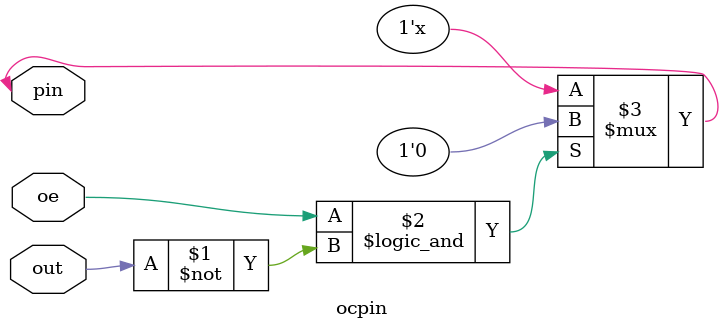
<source format=v>
module ocpin(
    inout pin,
    input oe,
    input out
    );

   assign pin = (oe && out == 0)? 1'b0 : 1'bz;

endmodule // ocpin

</source>
